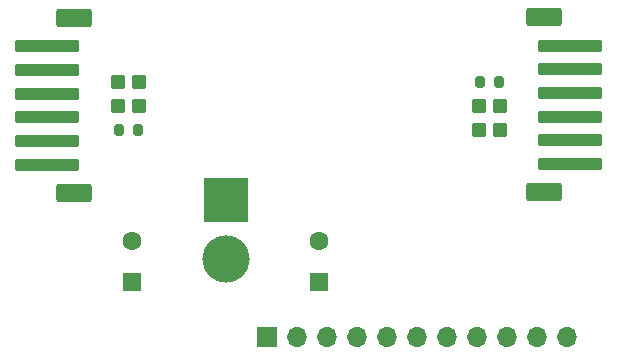
<source format=gts>
%TF.GenerationSoftware,KiCad,Pcbnew,(6.0.0-0)*%
%TF.CreationDate,2022-03-27T14:29:04+08:00*%
%TF.ProjectId,driver,64726976-6572-42e6-9b69-6361645f7063,rev?*%
%TF.SameCoordinates,Original*%
%TF.FileFunction,Soldermask,Top*%
%TF.FilePolarity,Negative*%
%FSLAX46Y46*%
G04 Gerber Fmt 4.6, Leading zero omitted, Abs format (unit mm)*
G04 Created by KiCad (PCBNEW (6.0.0-0)) date 2022-03-27 14:29:04*
%MOMM*%
%LPD*%
G01*
G04 APERTURE LIST*
G04 Aperture macros list*
%AMRoundRect*
0 Rectangle with rounded corners*
0 $1 Rounding radius*
0 $2 $3 $4 $5 $6 $7 $8 $9 X,Y pos of 4 corners*
0 Add a 4 corners polygon primitive as box body*
4,1,4,$2,$3,$4,$5,$6,$7,$8,$9,$2,$3,0*
0 Add four circle primitives for the rounded corners*
1,1,$1+$1,$2,$3*
1,1,$1+$1,$4,$5*
1,1,$1+$1,$6,$7*
1,1,$1+$1,$8,$9*
0 Add four rect primitives between the rounded corners*
20,1,$1+$1,$2,$3,$4,$5,0*
20,1,$1+$1,$4,$5,$6,$7,0*
20,1,$1+$1,$6,$7,$8,$9,0*
20,1,$1+$1,$8,$9,$2,$3,0*%
G04 Aperture macros list end*
%ADD10RoundRect,0.101600X-0.499110X0.499110X-0.499110X-0.499110X0.499110X-0.499110X0.499110X0.499110X0*%
%ADD11RoundRect,0.101600X0.499110X-0.499110X0.499110X0.499110X-0.499110X0.499110X-0.499110X-0.499110X0*%
%ADD12RoundRect,0.250000X2.500000X-0.250000X2.500000X0.250000X-2.500000X0.250000X-2.500000X-0.250000X0*%
%ADD13RoundRect,0.250000X1.250000X-0.550000X1.250000X0.550000X-1.250000X0.550000X-1.250000X-0.550000X0*%
%ADD14RoundRect,0.200000X0.200000X0.275000X-0.200000X0.275000X-0.200000X-0.275000X0.200000X-0.275000X0*%
%ADD15RoundRect,0.250000X-2.500000X0.250000X-2.500000X-0.250000X2.500000X-0.250000X2.500000X0.250000X0*%
%ADD16RoundRect,0.250000X-1.250000X0.550000X-1.250000X-0.550000X1.250000X-0.550000X1.250000X0.550000X0*%
%ADD17R,1.700000X1.700000*%
%ADD18O,1.700000X1.700000*%
%ADD19R,1.600000X1.600000*%
%ADD20C,1.600000*%
%ADD21R,3.800000X3.800000*%
%ADD22C,4.000000*%
G04 APERTURE END LIST*
D10*
%TO.C,M2D2*%
X154178000Y-104628200D03*
X152425400Y-104628200D03*
%TD*%
D11*
%TO.C,M2D1*%
X152425400Y-102596200D03*
X154178000Y-102596200D03*
%TD*%
%TO.C,M1D1*%
X182956700Y-106660200D03*
X184709300Y-106660200D03*
%TD*%
D12*
%TO.C,M1J1*%
X190700000Y-109495800D03*
X190700000Y-107495800D03*
X190700000Y-105495800D03*
X190700000Y-103495800D03*
X190700000Y-101495800D03*
X190700000Y-99495800D03*
D13*
X188450000Y-97095800D03*
X188450000Y-111895800D03*
%TD*%
D10*
%TO.C,M1D2*%
X184709300Y-104628200D03*
X182956700Y-104628200D03*
%TD*%
D14*
%TO.C,M1R0*%
X184658000Y-102596200D03*
X183008000Y-102596200D03*
%TD*%
%TO.C,M2R0*%
X154126700Y-106660200D03*
X152476700Y-106660200D03*
%TD*%
D15*
%TO.C,M2J1*%
X146396346Y-99557000D03*
X146396346Y-101557000D03*
X146396346Y-103557000D03*
X146396346Y-105557000D03*
X146396346Y-107557000D03*
X146396346Y-109557000D03*
D16*
X148646346Y-111957000D03*
X148646346Y-97157000D03*
%TD*%
D17*
%TO.C,J2*%
X165030200Y-124200000D03*
D18*
X167570200Y-124200000D03*
X170110200Y-124200000D03*
X172650200Y-124200000D03*
X175190200Y-124200000D03*
X177730200Y-124200000D03*
X180270200Y-124200000D03*
X182810200Y-124200000D03*
X185350200Y-124200000D03*
X187890200Y-124200000D03*
X190430200Y-124200000D03*
%TD*%
D19*
%TO.C,M2CP1*%
X153609418Y-119508651D03*
D20*
X153609418Y-116008651D03*
%TD*%
D19*
%TO.C,M1CP1*%
X169431000Y-119508651D03*
D20*
X169431000Y-116008651D03*
%TD*%
D21*
%TO.C,J1*%
X161497400Y-112562000D03*
D22*
X161497400Y-117562000D03*
%TD*%
M02*

</source>
